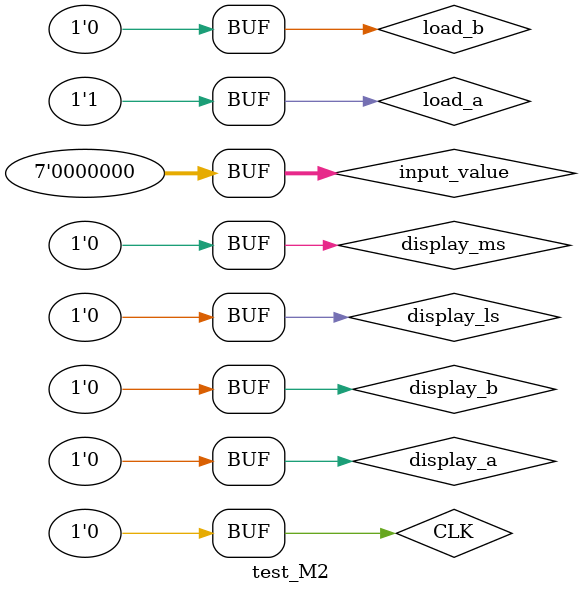
<source format=v>
`timescale 1ns / 1ps


module test_M2;

	// Inputs
	reg CLK;
	reg [6:0] input_value;
	reg load_a;
	reg load_b;
	reg display_a;
	reg display_b;
	reg display_ls;
	reg display_ms;

	// Outputs
	wire load_a_ack;
	wire load_b_ack;
	wire display_a_ack;
	wire display_b_ack;
	wire display_ls_ack;
	wire display_ms_ack;
	wire [7:0] output_value;

	// Instantiate the Unit Under Test (UUT)
	bcd_add_datapath uut (
		.CLK(CLK), 
		.input_value(input_value), 
		.load_a(load_a), 
		.load_b(load_b), 
		.display_a(display_a), 
		.display_b(display_b), 
		.display_ls(display_ls), 
		.display_ms(display_ms), 
		.load_a_ack(load_a_ack), 
		.load_b_ack(load_b_ack), 
		.display_a_ack(display_a_ack), 
		.display_b_ack(display_b_ack), 
		.display_ls_ack(display_ls_ack), 
		.display_ms_ack(display_ms_ack), 
		.output_value(output_value)
	);

	initial begin
		// Initialize Inputs
		CLK = 0;
		input_value = 0;
		load_a = 0;
		load_b = 0;
		display_a = 0;
		display_b = 0;
		display_ls = 0;
		display_ms = 0;

		// Wait 100 ns for global reset to finish
		#100;
        
		// Add stimulus here
		CLK=~CLK;
		#20;
		
		CLK=~CLK;
		#20;
				
		CLK=~CLK;
		#20;
		
		CLK=~CLK;
		#20;
		
		CLK=~CLK;
		#20;
		
		CLK=~CLK;
		#20;
		load_a = 1;
		
		CLK=~CLK;
		#20;
		
		CLK=~CLK;
		#20;
				
		CLK=~CLK;
		#20;
		
		
		CLK=~CLK;
		#20;
		
		CLK=~CLK;
		#20;
		
		CLK=~CLK;
		#20;
		load_a = 0;
		
			CLK=~CLK;
		#20;
		
		CLK=~CLK;
		#20;
				
		CLK=~CLK;
		#20;
		
		CLK=~CLK;
		#20;
		
		CLK=~CLK;
		#20;
		
		CLK=~CLK;
		#20;
		load_a = 1;
		
		
		

		

	end
      
endmodule


</source>
